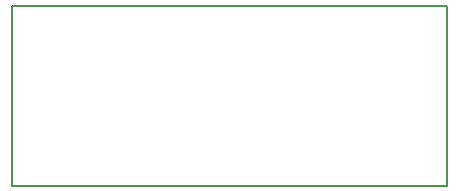
<source format=gbr>
G04 #@! TF.GenerationSoftware,KiCad,Pcbnew,(5.1.6)-1*
G04 #@! TF.CreationDate,2020-05-27T20:21:07+02:00*
G04 #@! TF.ProjectId,charger_stepup,63686172-6765-4725-9f73-74657075702e,rev?*
G04 #@! TF.SameCoordinates,Original*
G04 #@! TF.FileFunction,Profile,NP*
%FSLAX46Y46*%
G04 Gerber Fmt 4.6, Leading zero omitted, Abs format (unit mm)*
G04 Created by KiCad (PCBNEW (5.1.6)-1) date 2020-05-27 20:21:07*
%MOMM*%
%LPD*%
G01*
G04 APERTURE LIST*
G04 #@! TA.AperFunction,Profile*
%ADD10C,0.150000*%
G04 #@! TD*
G04 APERTURE END LIST*
D10*
X158750000Y-75565000D02*
X121920000Y-75565000D01*
X158750000Y-60325000D02*
X158750000Y-75565000D01*
X121920000Y-60325000D02*
X158750000Y-60325000D01*
X121920000Y-75565000D02*
X121920000Y-60325000D01*
M02*

</source>
